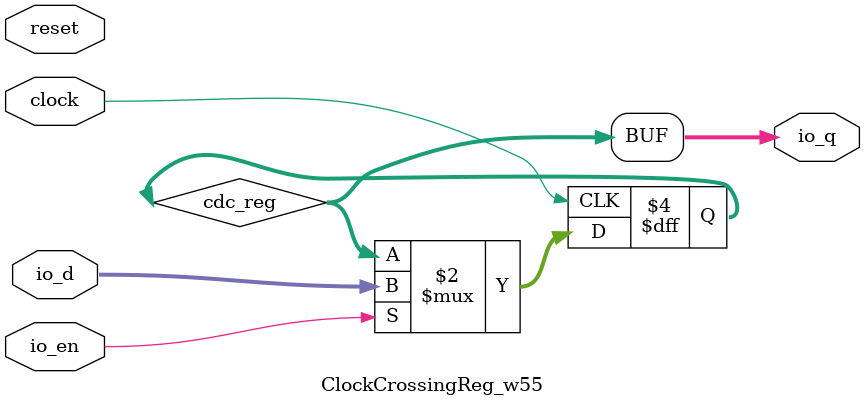
<source format=v>
module ClockCrossingReg_w55(
  input         clock,
  input         reset,
  input  [54:0] io_d,
  output [54:0] io_q,
  input         io_en
);
`ifdef RANDOMIZE_REG_INIT
  reg [63:0] _RAND_0;
`endif // RANDOMIZE_REG_INIT
  reg [54:0] cdc_reg; // @[Reg.scala 15:16]
  assign io_q = cdc_reg; // @[SynchronizerReg.scala 202:8]
  always @(posedge clock) begin
    if (io_en) begin // @[Reg.scala 16:19]
      cdc_reg <= io_d; // @[Reg.scala 16:23]
    end
  end
// Register and memory initialization
`ifdef RANDOMIZE_GARBAGE_ASSIGN
`define RANDOMIZE
`endif
`ifdef RANDOMIZE_INVALID_ASSIGN
`define RANDOMIZE
`endif
`ifdef RANDOMIZE_REG_INIT
`define RANDOMIZE
`endif
`ifdef RANDOMIZE_MEM_INIT
`define RANDOMIZE
`endif
`ifndef RANDOM
`define RANDOM $random
`endif
`ifdef RANDOMIZE_MEM_INIT
  integer initvar;
`endif
`ifndef SYNTHESIS
`ifdef FIRRTL_BEFORE_INITIAL
`FIRRTL_BEFORE_INITIAL
`endif
initial begin
  `ifdef RANDOMIZE
    `ifdef INIT_RANDOM
      `INIT_RANDOM
    `endif
    `ifndef VERILATOR
      `ifdef RANDOMIZE_DELAY
        #`RANDOMIZE_DELAY begin end
      `else
        #0.002 begin end
      `endif
    `endif
`ifdef RANDOMIZE_REG_INIT
  _RAND_0 = {2{`RANDOM}};
  cdc_reg = _RAND_0[54:0];
`endif // RANDOMIZE_REG_INIT
  `endif // RANDOMIZE
end // initial
`ifdef FIRRTL_AFTER_INITIAL
`FIRRTL_AFTER_INITIAL
`endif
`endif // SYNTHESIS
endmodule

</source>
